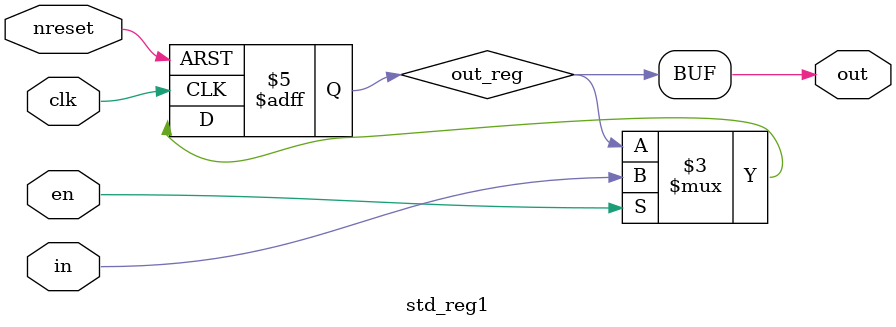
<source format=sv>

module std_reg1 #(parameter DW = 1 /* data width*/) 
(
	input        nreset, //async active low reset
	input 	     clk, // clk
	input 	     en, // write enable
	input [DW-1:0]  in, // input data
	output [DW-1:0] out  // output data (stable/latched when clk=1)
);

logic [DW-1:0]      out_reg;

always_ff @(posedge clk, negedge nreset) begin
	if(!nreset) begin
		out_reg[DW-1:0] <= 'b0;
	end else if(en) begin
		out_reg[DW-1:0] <= in[DW-1:0];
	end
end

assign out[DW-1:0] = out_reg[DW-1:0];	   

endmodule // std_reg1






</source>
